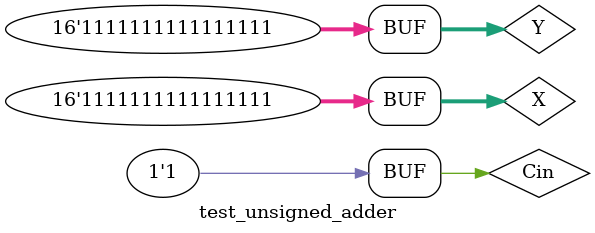
<source format=v>
`timescale 1ns / 1ps


module test_unsigned_adder;

	// Inputs
	reg [15:0] X;
	reg [15:0] Y;
	reg Cin;

	// Outputs
	wire [15:0] out;
	wire Cout;

	// Instantiate the Unit Under Test (UUT)
	unsinged_adder uut (
		.X(X), 
		.Y(Y), 
		.out(out), 
		.Cin(Cin), 
		.Cout(Cout)
	);

	initial begin
		// Initialize Inputs
		X = 16'b1111111111111111;
		Y = 16'b0000000000000000;
		Cin = 0;

		// Wait 100 ns for global reset to finish
		#100;
        
		// Add stimulus here
		Cin=1;
		#1;
		Y=1;
		#1;
		Cin=0;
		#1;
		Y=16'b1111111111111111;
		#1;
		Cin=1;
	end
      
endmodule


</source>
